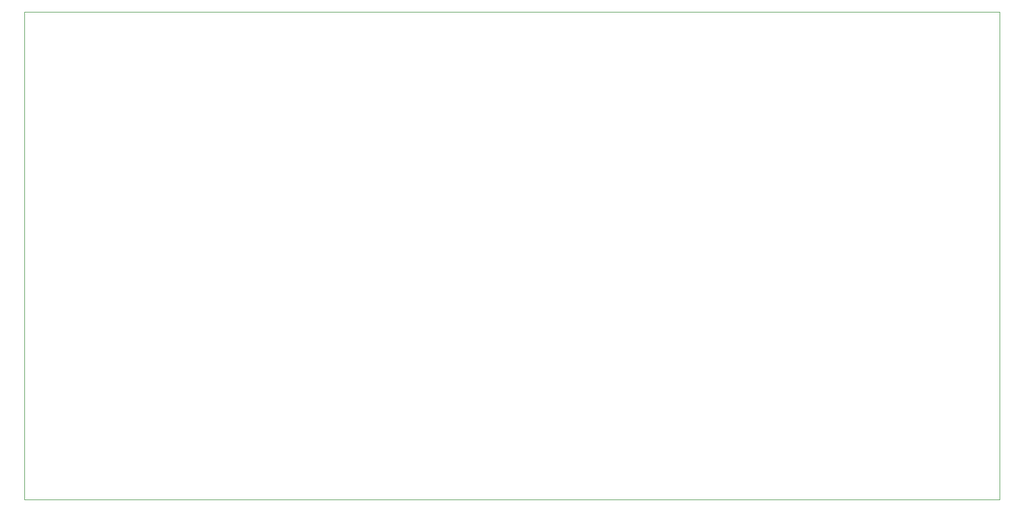
<source format=gm1>
G04 #@! TF.GenerationSoftware,KiCad,Pcbnew,(6.0.9)*
G04 #@! TF.CreationDate,2022-12-06T17:49:46-03:00*
G04 #@! TF.ProjectId,anemometer,616e656d-6f6d-4657-9465-722e6b696361,rev?*
G04 #@! TF.SameCoordinates,Original*
G04 #@! TF.FileFunction,Profile,NP*
%FSLAX46Y46*%
G04 Gerber Fmt 4.6, Leading zero omitted, Abs format (unit mm)*
G04 Created by KiCad (PCBNEW (6.0.9)) date 2022-12-06 17:49:46*
%MOMM*%
%LPD*%
G01*
G04 APERTURE LIST*
G04 #@! TA.AperFunction,Profile*
%ADD10C,0.050000*%
G04 #@! TD*
G04 APERTURE END LIST*
D10*
X76200000Y-38100000D02*
X228600000Y-38100000D01*
X228600000Y-38100000D02*
X228600000Y-114300000D01*
X228600000Y-114300000D02*
X76200000Y-114300000D01*
X76200000Y-114300000D02*
X76200000Y-38100000D01*
M02*

</source>
